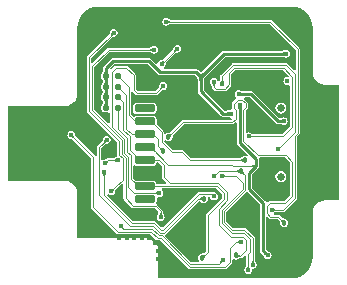
<source format=gbl>
G04*
G04 #@! TF.GenerationSoftware,Altium Limited,Altium Designer,21.0.8 (223)*
G04*
G04 Layer_Physical_Order=2*
G04 Layer_Color=16711680*
%FSLAX25Y25*%
%MOIN*%
G70*
G04*
G04 #@! TF.SameCoordinates,8E059B7F-88B0-49DF-8ED0-AD27087E488A*
G04*
G04*
G04 #@! TF.FilePolarity,Positive*
G04*
G01*
G75*
%ADD16C,0.01000*%
G04:AMPARAMS|DCode=21|XSize=20mil|YSize=20mil|CornerRadius=5mil|HoleSize=0mil|Usage=FLASHONLY|Rotation=270.000|XOffset=0mil|YOffset=0mil|HoleType=Round|Shape=RoundedRectangle|*
%AMROUNDEDRECTD21*
21,1,0.02000,0.01000,0,0,270.0*
21,1,0.01000,0.02000,0,0,270.0*
1,1,0.01000,-0.00500,-0.00500*
1,1,0.01000,-0.00500,0.00500*
1,1,0.01000,0.00500,0.00500*
1,1,0.01000,0.00500,-0.00500*
%
%ADD21ROUNDEDRECTD21*%
%ADD56C,0.00400*%
%ADD57O,0.08268X0.03937*%
%ADD58O,0.06299X0.03937*%
%ADD59C,0.02559*%
%ADD60C,0.01800*%
%ADD61C,0.01600*%
G04:AMPARAMS|DCode=62|XSize=31.5mil|YSize=59.06mil|CornerRadius=7.87mil|HoleSize=0mil|Usage=FLASHONLY|Rotation=90.000|XOffset=0mil|YOffset=0mil|HoleType=Round|Shape=RoundedRectangle|*
%AMROUNDEDRECTD62*
21,1,0.03150,0.04331,0,0,90.0*
21,1,0.01575,0.05906,0,0,90.0*
1,1,0.01575,0.02165,0.00787*
1,1,0.01575,0.02165,-0.00787*
1,1,0.01575,-0.02165,-0.00787*
1,1,0.01575,-0.02165,0.00787*
%
%ADD62ROUNDEDRECTD62*%
G04:AMPARAMS|DCode=63|XSize=31.5mil|YSize=55.12mil|CornerRadius=7.87mil|HoleSize=0mil|Usage=FLASHONLY|Rotation=90.000|XOffset=0mil|YOffset=0mil|HoleType=Round|Shape=RoundedRectangle|*
%AMROUNDEDRECTD63*
21,1,0.03150,0.03937,0,0,90.0*
21,1,0.01575,0.05512,0,0,90.0*
1,1,0.01575,0.01968,0.00787*
1,1,0.01575,0.01968,-0.00787*
1,1,0.01575,-0.01968,-0.00787*
1,1,0.01575,-0.01968,0.00787*
%
%ADD63ROUNDEDRECTD63*%
G04:AMPARAMS|DCode=64|XSize=40mil|YSize=59.06mil|CornerRadius=10mil|HoleSize=0mil|Usage=FLASHONLY|Rotation=90.000|XOffset=0mil|YOffset=0mil|HoleType=Round|Shape=RoundedRectangle|*
%AMROUNDEDRECTD64*
21,1,0.04000,0.03906,0,0,90.0*
21,1,0.02000,0.05906,0,0,90.0*
1,1,0.02000,0.01953,0.01000*
1,1,0.02000,0.01953,-0.01000*
1,1,0.02000,-0.01953,-0.01000*
1,1,0.02000,-0.01953,0.01000*
%
%ADD64ROUNDEDRECTD64*%
G04:AMPARAMS|DCode=65|XSize=59.06mil|YSize=59.06mil|CornerRadius=14.76mil|HoleSize=0mil|Usage=FLASHONLY|Rotation=90.000|XOffset=0mil|YOffset=0mil|HoleType=Round|Shape=RoundedRectangle|*
%AMROUNDEDRECTD65*
21,1,0.05906,0.02953,0,0,90.0*
21,1,0.02953,0.05906,0,0,90.0*
1,1,0.02953,0.01476,0.01476*
1,1,0.02953,0.01476,-0.01476*
1,1,0.02953,-0.01476,-0.01476*
1,1,0.02953,-0.01476,0.01476*
%
%ADD65ROUNDEDRECTD65*%
G04:AMPARAMS|DCode=66|XSize=57.09mil|YSize=39.37mil|CornerRadius=9.84mil|HoleSize=0mil|Usage=FLASHONLY|Rotation=90.000|XOffset=0mil|YOffset=0mil|HoleType=Round|Shape=RoundedRectangle|*
%AMROUNDEDRECTD66*
21,1,0.05709,0.01968,0,0,90.0*
21,1,0.03740,0.03937,0,0,90.0*
1,1,0.01968,0.00984,0.01870*
1,1,0.01968,0.00984,-0.01870*
1,1,0.01968,-0.00984,-0.01870*
1,1,0.01968,-0.00984,0.01870*
%
%ADD66ROUNDEDRECTD66*%
G04:AMPARAMS|DCode=67|XSize=39.37mil|YSize=61.02mil|CornerRadius=9.84mil|HoleSize=0mil|Usage=FLASHONLY|Rotation=90.000|XOffset=0mil|YOffset=0mil|HoleType=Round|Shape=RoundedRectangle|*
%AMROUNDEDRECTD67*
21,1,0.03937,0.04134,0,0,90.0*
21,1,0.01968,0.06102,0,0,90.0*
1,1,0.01968,0.02067,0.00984*
1,1,0.01968,0.02067,-0.00984*
1,1,0.01968,-0.02067,-0.00984*
1,1,0.01968,-0.02067,0.00984*
%
%ADD67ROUNDEDRECTD67*%
G04:AMPARAMS|DCode=68|XSize=27.56mil|YSize=68.9mil|CornerRadius=6.89mil|HoleSize=0mil|Usage=FLASHONLY|Rotation=90.000|XOffset=0mil|YOffset=0mil|HoleType=Round|Shape=RoundedRectangle|*
%AMROUNDEDRECTD68*
21,1,0.02756,0.05512,0,0,90.0*
21,1,0.01378,0.06890,0,0,90.0*
1,1,0.01378,0.02756,0.00689*
1,1,0.01378,0.02756,-0.00689*
1,1,0.01378,-0.02756,-0.00689*
1,1,0.01378,-0.02756,0.00689*
%
%ADD68ROUNDEDRECTD68*%
G36*
X100362Y96849D02*
X101672Y96452D01*
X102880Y95807D01*
X103938Y94938D01*
X104807Y93880D01*
X105452Y92672D01*
X105849Y91362D01*
X105983Y90011D01*
X105980Y90000D01*
Y75298D01*
X105971Y75250D01*
X105954D01*
X106100Y74138D01*
X106529Y73102D01*
X107212Y72212D01*
X108102Y71529D01*
X109138Y71100D01*
X110250Y70954D01*
Y70971D01*
X110298Y70980D01*
X114680D01*
Y32520D01*
X110300D01*
Y32537D01*
X109188Y32390D01*
X108152Y31961D01*
X107262Y31278D01*
X106579Y30389D01*
X106150Y29352D01*
X106049Y28586D01*
X105980Y28240D01*
Y13500D01*
X105983Y13489D01*
X105849Y12138D01*
X105452Y10827D01*
X104807Y9620D01*
X103938Y8562D01*
X102880Y7693D01*
X101672Y7048D01*
X100362Y6651D01*
X99486Y6564D01*
X99000Y6520D01*
X99000Y6520D01*
X98509Y6520D01*
X54500Y6520D01*
Y17000D01*
X51625Y20000D01*
X27520Y20000D01*
Y34700D01*
X27537D01*
X27390Y35812D01*
X26961Y36848D01*
X26278Y37738D01*
X25389Y38421D01*
X24352Y38850D01*
X23586Y38951D01*
X23240Y39020D01*
X4520D01*
Y63963D01*
X23030D01*
X23240Y63921D01*
Y63904D01*
X24352Y64050D01*
X25389Y64479D01*
X26278Y65162D01*
X26961Y66052D01*
X27390Y67088D01*
X27537Y68200D01*
X27520D01*
X27502Y68290D01*
Y89911D01*
X27520Y90000D01*
X27520D01*
X27517Y90003D01*
X27651Y91362D01*
X28048Y92672D01*
X28693Y93880D01*
X29562Y94938D01*
X30620Y95807D01*
X31828Y96452D01*
X33138Y96849D01*
X34489Y96983D01*
X34500Y96980D01*
X99000Y96980D01*
X99011Y96983D01*
X100362Y96849D01*
D02*
G37*
%LPC*%
G36*
X57200Y93326D02*
X56693Y93225D01*
X56263Y92937D01*
X55975Y92507D01*
X55875Y92000D01*
X55975Y91493D01*
X56263Y91063D01*
X56693Y90775D01*
X57200Y90675D01*
X57707Y90775D01*
X58081Y91025D01*
X58149Y91052D01*
X58209Y91111D01*
X58256Y91152D01*
X58299Y91186D01*
X58338Y91211D01*
X58371Y91231D01*
X58398Y91243D01*
X58419Y91251D01*
X58435Y91256D01*
X58446Y91258D01*
X58484Y91260D01*
X58540Y91286D01*
X91504D01*
X100286Y82504D01*
Y75976D01*
X99824Y75785D01*
X97605Y78005D01*
X97373Y78159D01*
X97100Y78214D01*
X79500D01*
X79227Y78159D01*
X78995Y78005D01*
X75395Y74405D01*
X75241Y74173D01*
X75186Y73900D01*
Y72740D01*
X75160Y72684D01*
X75158Y72646D01*
X75156Y72635D01*
X75151Y72619D01*
X75143Y72598D01*
X75131Y72571D01*
X75112Y72538D01*
X75090Y72506D01*
X75005Y72403D01*
X74952Y72349D01*
X74925Y72281D01*
X74813Y72113D01*
X74282Y72218D01*
X74225Y72507D01*
X73937Y72937D01*
X73507Y73225D01*
X73000Y73326D01*
X72493Y73225D01*
X72063Y72937D01*
X71775Y72507D01*
X71675Y72000D01*
X71775Y71493D01*
X72025Y71119D01*
X72052Y71051D01*
X72111Y70991D01*
X72152Y70944D01*
X72186Y70901D01*
X72211Y70862D01*
X72231Y70829D01*
X72243Y70802D01*
X72251Y70781D01*
X72256Y70765D01*
X72258Y70754D01*
X72260Y70716D01*
X72286Y70660D01*
Y70400D01*
X72341Y70127D01*
X72495Y69895D01*
X73395Y68995D01*
X73627Y68841D01*
X73900Y68786D01*
X76600D01*
X76873Y68841D01*
X77105Y68995D01*
X78705Y70595D01*
X78859Y70827D01*
X78914Y71100D01*
Y74504D01*
X80196Y75786D01*
X96104D01*
X97944Y73947D01*
X97697Y73486D01*
X97500Y73526D01*
X96993Y73425D01*
X96563Y73137D01*
X96275Y72707D01*
X96175Y72200D01*
X96275Y71693D01*
X96563Y71263D01*
X96993Y70975D01*
X97500Y70875D01*
X97986Y70971D01*
X98011Y70973D01*
X98486Y70694D01*
Y57196D01*
X95803Y54513D01*
X86039D01*
X85983Y54539D01*
X85945Y54541D01*
X85934Y54543D01*
X85918Y54548D01*
X85897Y54555D01*
X85869Y54568D01*
X85837Y54587D01*
X85805Y54609D01*
X85702Y54694D01*
X85647Y54747D01*
X85580Y54774D01*
X85206Y55023D01*
X84699Y55124D01*
X84192Y55023D01*
X84114Y54971D01*
X83614Y55239D01*
Y62404D01*
X84205Y62995D01*
X84359Y63227D01*
X84414Y63500D01*
Y64800D01*
X84359Y65073D01*
X84205Y65305D01*
X83129Y66380D01*
X83301Y66871D01*
X83309Y66880D01*
X84878D01*
X93650Y58108D01*
X93981Y57887D01*
X94371Y57810D01*
X95206D01*
X95254Y57788D01*
X95487Y57783D01*
X95580Y57776D01*
X95599Y57773D01*
X95604Y57772D01*
X95615Y57769D01*
X95617Y57769D01*
X95864Y57605D01*
X96371Y57504D01*
X96878Y57605D01*
X97308Y57892D01*
X97595Y58322D01*
X97696Y58829D01*
X97595Y59336D01*
X97308Y59766D01*
X96878Y60054D01*
X96371Y60155D01*
X95864Y60054D01*
X95617Y59889D01*
X95615Y59889D01*
X95612Y59888D01*
X95338Y59871D01*
X95263Y59870D01*
X95212Y59849D01*
X94793D01*
X86021Y68621D01*
X85690Y68842D01*
X85300Y68920D01*
X82565D01*
X82516Y68941D01*
X82284Y68946D01*
X82191Y68953D01*
X82172Y68956D01*
X82167Y68957D01*
X82156Y68960D01*
X82154Y68960D01*
X81907Y69125D01*
X81400Y69226D01*
X80893Y69125D01*
X80463Y68837D01*
X80175Y68407D01*
X80075Y67900D01*
X80175Y67393D01*
X80463Y66963D01*
X80396Y66406D01*
X79195Y65205D01*
X79041Y64973D01*
X78986Y64700D01*
Y63200D01*
X78995Y63157D01*
X78635Y62735D01*
X78610Y62723D01*
X78600Y62726D01*
X78093Y62625D01*
X77846Y62460D01*
X77844Y62460D01*
X77841Y62459D01*
X77567Y62442D01*
X77492Y62441D01*
X77441Y62420D01*
X76522D01*
X69720Y69222D01*
Y72327D01*
X69741Y72373D01*
X69747Y72550D01*
X69764Y72701D01*
X69791Y72844D01*
X69829Y72981D01*
X69877Y73112D01*
X69936Y73240D01*
X70006Y73363D01*
X70088Y73484D01*
X70183Y73602D01*
X70303Y73731D01*
X70321Y73779D01*
X76922Y80380D01*
X95935D01*
X95984Y80359D01*
X96216Y80354D01*
X96309Y80347D01*
X96328Y80344D01*
X96333Y80343D01*
X96344Y80340D01*
X96346Y80340D01*
X96593Y80175D01*
X97100Y80075D01*
X97607Y80175D01*
X98037Y80463D01*
X98325Y80893D01*
X98426Y81400D01*
X98325Y81907D01*
X98037Y82337D01*
X97607Y82625D01*
X97100Y82726D01*
X96593Y82625D01*
X96346Y82460D01*
X96344Y82460D01*
X96341Y82459D01*
X96067Y82442D01*
X95992Y82441D01*
X95941Y82420D01*
X76500D01*
X76110Y82342D01*
X75779Y82121D01*
X69091Y75433D01*
X69045Y75416D01*
X68928Y75311D01*
X68847Y75254D01*
X68783Y75222D01*
X68736Y75208D01*
X68700Y75205D01*
X68664Y75208D01*
X68617Y75222D01*
X68553Y75254D01*
X68472Y75311D01*
X68355Y75416D01*
X68309Y75433D01*
X67721Y76021D01*
X67390Y76242D01*
X67000Y76320D01*
X56357D01*
X56279Y76557D01*
X56273Y76820D01*
X56637Y77063D01*
X56925Y77493D01*
X57012Y77933D01*
X57041Y78000D01*
X57042Y78084D01*
X57047Y78147D01*
X57053Y78201D01*
X57062Y78247D01*
X57072Y78284D01*
X57082Y78312D01*
X57091Y78333D01*
X57100Y78347D01*
X57106Y78356D01*
X57131Y78384D01*
X57152Y78443D01*
X60328Y81618D01*
X60373Y81631D01*
X60383Y81648D01*
X60402Y81655D01*
X60430Y81680D01*
X60436Y81684D01*
X60444Y81689D01*
X60457Y81694D01*
X60475Y81699D01*
X60501Y81705D01*
X60536Y81709D01*
X60580Y81710D01*
X60632Y81708D01*
X60708Y81700D01*
X60785Y81723D01*
X60869Y81706D01*
X61376Y81807D01*
X61806Y82094D01*
X62093Y82524D01*
X62194Y83031D01*
X62093Y83539D01*
X61806Y83969D01*
X61376Y84256D01*
X60869Y84357D01*
X60361Y84256D01*
X59931Y83969D01*
X59644Y83539D01*
X59595Y83291D01*
X59537Y83191D01*
X59526Y83106D01*
X59497Y82959D01*
X59483Y82910D01*
X59468Y82864D01*
X59452Y82827D01*
X59438Y82799D01*
X59426Y82779D01*
X59417Y82767D01*
X59392Y82739D01*
X59371Y82680D01*
X56143Y79452D01*
X56084Y79431D01*
X56056Y79406D01*
X56047Y79400D01*
X56033Y79391D01*
X56012Y79382D01*
X55984Y79372D01*
X55947Y79362D01*
X55909Y79355D01*
X55777Y79342D01*
X55700Y79341D01*
X55633Y79312D01*
X55193Y79225D01*
X54763Y78937D01*
X54475Y78507D01*
X54420Y78229D01*
X53894Y78048D01*
X52221Y79721D01*
X51890Y79942D01*
X51500Y80020D01*
X39500D01*
X39110Y79942D01*
X38779Y79721D01*
X36379Y77321D01*
X36158Y76990D01*
X36080Y76600D01*
Y75311D01*
X36059Y75263D01*
X36059Y75256D01*
X36027Y75242D01*
X36014Y75211D01*
X35879Y75121D01*
X35658Y74790D01*
X35580Y74400D01*
Y73400D01*
X35658Y73010D01*
X35879Y72679D01*
X36014Y72589D01*
X36027Y72558D01*
X36059Y72544D01*
X36059Y72537D01*
X36080Y72489D01*
Y71811D01*
X36059Y71763D01*
X36059Y71756D01*
X36027Y71742D01*
X36014Y71711D01*
X35879Y71621D01*
X35658Y71290D01*
X35580Y70900D01*
Y69900D01*
X35658Y69510D01*
X35879Y69179D01*
X36014Y69089D01*
X36027Y69058D01*
X36059Y69044D01*
X36059Y69037D01*
X36080Y68989D01*
Y68311D01*
X36059Y68263D01*
X36059Y68256D01*
X36027Y68242D01*
X36014Y68211D01*
X35879Y68121D01*
X35658Y67790D01*
X35580Y67400D01*
Y66400D01*
X35658Y66010D01*
X35879Y65679D01*
X36014Y65589D01*
X36027Y65558D01*
X36059Y65544D01*
X36059Y65537D01*
X36080Y65489D01*
Y64811D01*
X36059Y64763D01*
X36059Y64756D01*
X36027Y64742D01*
X36014Y64711D01*
X35879Y64621D01*
X35658Y64290D01*
X35580Y63900D01*
Y62900D01*
X35658Y62510D01*
X35879Y62179D01*
X36210Y61958D01*
X36600Y61880D01*
X37600D01*
X37886Y61937D01*
X38238Y61747D01*
X38386Y61621D01*
Y58176D01*
X37924Y57985D01*
X33114Y62796D01*
Y76804D01*
X38296Y81986D01*
X51760D01*
X51816Y81960D01*
X51854Y81958D01*
X51865Y81956D01*
X51881Y81951D01*
X51902Y81944D01*
X51929Y81931D01*
X51962Y81911D01*
X51994Y81890D01*
X52097Y81805D01*
X52151Y81752D01*
X52219Y81725D01*
X52593Y81475D01*
X53100Y81375D01*
X53607Y81475D01*
X54037Y81763D01*
X54325Y82193D01*
X54426Y82700D01*
X54325Y83207D01*
X54037Y83637D01*
X53607Y83925D01*
X53100Y84026D01*
X52593Y83925D01*
X52219Y83675D01*
X52151Y83648D01*
X52091Y83589D01*
X52044Y83548D01*
X52001Y83514D01*
X51962Y83489D01*
X51929Y83469D01*
X51902Y83456D01*
X51881Y83448D01*
X51865Y83444D01*
X51854Y83442D01*
X51816Y83440D01*
X51760Y83414D01*
X38000D01*
X37727Y83359D01*
X37495Y83205D01*
X32576Y78285D01*
X32114Y78476D01*
Y79804D01*
X39207Y86898D01*
X39266Y86919D01*
X39294Y86944D01*
X39303Y86950D01*
X39317Y86959D01*
X39338Y86968D01*
X39366Y86978D01*
X39403Y86988D01*
X39441Y86995D01*
X39573Y87008D01*
X39650Y87009D01*
X39717Y87038D01*
X40157Y87125D01*
X40587Y87413D01*
X40875Y87843D01*
X40975Y88350D01*
X40875Y88857D01*
X40587Y89287D01*
X40157Y89575D01*
X39650Y89675D01*
X39143Y89575D01*
X38713Y89287D01*
X38425Y88857D01*
X38338Y88417D01*
X38309Y88350D01*
X38308Y88266D01*
X38304Y88203D01*
X38297Y88149D01*
X38288Y88103D01*
X38278Y88066D01*
X38268Y88038D01*
X38259Y88017D01*
X38250Y88003D01*
X38244Y87994D01*
X38219Y87966D01*
X38198Y87907D01*
X30895Y80605D01*
X30741Y80373D01*
X30686Y80100D01*
Y62227D01*
X30741Y61954D01*
X30895Y61722D01*
X40686Y51932D01*
Y47627D01*
X40741Y47354D01*
X40401Y46963D01*
X40119Y46775D01*
X40051Y46748D01*
X39991Y46689D01*
X39944Y46648D01*
X39901Y46614D01*
X39862Y46589D01*
X39829Y46569D01*
X39802Y46556D01*
X39781Y46549D01*
X39765Y46544D01*
X39754Y46542D01*
X39716Y46540D01*
X39660Y46514D01*
X37780D01*
X37506Y46459D01*
X37275Y46305D01*
X37232Y46262D01*
X37174Y46242D01*
X37146Y46216D01*
X37137Y46210D01*
X37123Y46202D01*
X37102Y46192D01*
X37074Y46182D01*
X37037Y46172D01*
X36999Y46165D01*
X36867Y46152D01*
X36790Y46151D01*
X36723Y46122D01*
X36283Y46035D01*
X35914Y45788D01*
X35653Y45858D01*
X35414Y45991D01*
Y49804D01*
X36857Y51248D01*
X36916Y51269D01*
X36944Y51294D01*
X36953Y51300D01*
X36967Y51309D01*
X36988Y51318D01*
X37016Y51328D01*
X37053Y51338D01*
X37091Y51345D01*
X37223Y51358D01*
X37300Y51359D01*
X37367Y51388D01*
X37807Y51475D01*
X38237Y51763D01*
X38525Y52193D01*
X38625Y52700D01*
X38525Y53207D01*
X38237Y53637D01*
X37807Y53925D01*
X37300Y54026D01*
X36793Y53925D01*
X36363Y53637D01*
X36075Y53207D01*
X35988Y52767D01*
X35959Y52700D01*
X35958Y52615D01*
X35954Y52553D01*
X35947Y52499D01*
X35938Y52453D01*
X35928Y52416D01*
X35918Y52388D01*
X35909Y52367D01*
X35900Y52353D01*
X35894Y52344D01*
X35869Y52316D01*
X35848Y52257D01*
X34195Y50605D01*
X34041Y50373D01*
X33986Y50100D01*
Y47295D01*
X33486Y47183D01*
X33405Y47305D01*
X26952Y53757D01*
X26931Y53816D01*
X26906Y53844D01*
X26900Y53853D01*
X26891Y53867D01*
X26882Y53888D01*
X26872Y53916D01*
X26862Y53953D01*
X26855Y53991D01*
X26842Y54123D01*
X26841Y54200D01*
X26812Y54267D01*
X26725Y54707D01*
X26437Y55137D01*
X26007Y55425D01*
X25500Y55525D01*
X24993Y55425D01*
X24563Y55137D01*
X24275Y54707D01*
X24174Y54200D01*
X24275Y53693D01*
X24563Y53263D01*
X24993Y52975D01*
X25433Y52888D01*
X25500Y52859D01*
X25585Y52858D01*
X25647Y52854D01*
X25701Y52847D01*
X25747Y52838D01*
X25784Y52828D01*
X25812Y52818D01*
X25833Y52809D01*
X25847Y52800D01*
X25856Y52794D01*
X25884Y52769D01*
X25943Y52748D01*
X32186Y46504D01*
Y30100D01*
X32241Y29827D01*
X32395Y29595D01*
X40431Y21560D01*
X40663Y21405D01*
X40936Y21350D01*
X51822D01*
X53777Y19395D01*
X54009Y19241D01*
X54282Y19186D01*
X55004D01*
X64495Y9695D01*
X64727Y9541D01*
X65000Y9486D01*
X76700D01*
X76973Y9541D01*
X77205Y9695D01*
X79005Y11495D01*
X79159Y11727D01*
X79214Y12000D01*
Y12541D01*
X79714Y12808D01*
X79754Y12781D01*
X80300Y12673D01*
X80846Y12781D01*
X80972Y12866D01*
X81067Y12880D01*
X81268Y13002D01*
X81342Y13042D01*
X81492Y13113D01*
X81542Y13132D01*
X81587Y13147D01*
X81621Y13155D01*
X81640Y13158D01*
X81677Y13160D01*
X81732Y13186D01*
X81800D01*
X82073Y13241D01*
X82305Y13395D01*
X83286Y14377D01*
X83786Y14170D01*
Y10640D01*
X83760Y10584D01*
X83758Y10546D01*
X83756Y10535D01*
X83751Y10519D01*
X83744Y10498D01*
X83731Y10471D01*
X83711Y10438D01*
X83690Y10406D01*
X83605Y10303D01*
X83552Y10249D01*
X83525Y10181D01*
X83275Y9807D01*
X83175Y9300D01*
X83275Y8793D01*
X83563Y8363D01*
X83993Y8075D01*
X84500Y7975D01*
X85007Y8075D01*
X85437Y8363D01*
X85725Y8793D01*
X85826Y9300D01*
X85794Y9457D01*
X86011Y9674D01*
X86519Y9775D01*
X86949Y10063D01*
X87236Y10493D01*
X87337Y11000D01*
X87236Y11507D01*
X86968Y11908D01*
X86946Y11962D01*
X86887Y12021D01*
X86846Y12067D01*
X86813Y12108D01*
X86787Y12145D01*
X86769Y12177D01*
X86756Y12203D01*
X86748Y12223D01*
X86744Y12239D01*
X86742Y12249D01*
X86740Y12287D01*
X86714Y12343D01*
Y19900D01*
X86659Y20173D01*
X86505Y20405D01*
X83705Y23205D01*
X83473Y23359D01*
X83200Y23414D01*
X79468D01*
X77214Y25668D01*
Y28504D01*
X83830Y35121D01*
X84384Y35186D01*
X84509Y35149D01*
X88380Y31278D01*
Y15700D01*
X88458Y15310D01*
X88679Y14979D01*
X89455Y14203D01*
X89474Y14153D01*
X89635Y13985D01*
X89696Y13915D01*
X89708Y13899D01*
X89710Y13895D01*
X89716Y13885D01*
X89718Y13884D01*
X89775Y13593D01*
X90063Y13163D01*
X90493Y12875D01*
X91000Y12775D01*
X91507Y12875D01*
X91937Y13163D01*
X92225Y13593D01*
X92326Y14100D01*
X92225Y14607D01*
X91937Y15037D01*
X91507Y15325D01*
X91216Y15382D01*
X91215Y15384D01*
X91212Y15385D01*
X91006Y15567D01*
X90953Y15620D01*
X90901Y15641D01*
X90420Y16122D01*
Y26818D01*
X90882Y27009D01*
X91395Y26495D01*
X91627Y26341D01*
X91900Y26286D01*
X94204D01*
X94931Y25559D01*
X94951Y25502D01*
X94978Y25472D01*
X94986Y25461D01*
X94996Y25442D01*
X95009Y25413D01*
X95022Y25374D01*
X95034Y25323D01*
X95043Y25269D01*
X95058Y25100D01*
X95059Y25003D01*
X95083Y24945D01*
X95181Y24454D01*
X95491Y23991D01*
X95954Y23681D01*
X96500Y23573D01*
X97046Y23681D01*
X97509Y23991D01*
X97819Y24454D01*
X97927Y25000D01*
X97819Y25546D01*
X97509Y26009D01*
X97046Y26319D01*
X96555Y26417D01*
X96497Y26441D01*
X96393Y26442D01*
X96311Y26447D01*
X96238Y26455D01*
X96177Y26466D01*
X96127Y26478D01*
X96087Y26491D01*
X96058Y26504D01*
X96039Y26514D01*
X96028Y26522D01*
X95998Y26549D01*
X95941Y26568D01*
X95005Y27505D01*
X94773Y27659D01*
X94500Y27714D01*
X93238D01*
X93160Y27810D01*
X93176Y28286D01*
X93249Y28452D01*
X93309Y28511D01*
X93356Y28552D01*
X93399Y28586D01*
X93438Y28611D01*
X93471Y28631D01*
X93498Y28644D01*
X93519Y28651D01*
X93535Y28656D01*
X93546Y28658D01*
X93584Y28660D01*
X93640Y28686D01*
X96200D01*
X96473Y28741D01*
X96705Y28895D01*
X100605Y32795D01*
X100759Y33027D01*
X100814Y33300D01*
Y53732D01*
X101505Y54423D01*
X101659Y54654D01*
X101714Y54927D01*
Y82800D01*
X101659Y83073D01*
X101505Y83305D01*
X92305Y92505D01*
X92073Y92659D01*
X91800Y92714D01*
X58540D01*
X58484Y92740D01*
X58446Y92742D01*
X58435Y92744D01*
X58419Y92748D01*
X58398Y92756D01*
X58371Y92769D01*
X58338Y92788D01*
X58306Y92810D01*
X58203Y92895D01*
X58149Y92948D01*
X58081Y92975D01*
X57707Y93225D01*
X57200Y93326D01*
D02*
G37*
G36*
X95342Y64992D02*
X94647Y64854D01*
X94059Y64461D01*
X93665Y63872D01*
X93527Y63178D01*
X93665Y62484D01*
X94059Y61895D01*
X94647Y61502D01*
X95342Y61364D01*
X96036Y61502D01*
X96625Y61895D01*
X97018Y62484D01*
X97156Y63178D01*
X97018Y63872D01*
X96625Y64461D01*
X96036Y64854D01*
X95342Y64992D01*
D02*
G37*
%LPD*%
G36*
X57842Y92492D02*
X57981Y92376D01*
X58050Y92330D01*
X58119Y92290D01*
X58187Y92258D01*
X58254Y92232D01*
X58321Y92214D01*
X58388Y92204D01*
X58455Y92200D01*
Y91800D01*
X58388Y91796D01*
X58321Y91786D01*
X58254Y91768D01*
X58187Y91742D01*
X58119Y91710D01*
X58050Y91670D01*
X57981Y91624D01*
X57912Y91570D01*
X57842Y91508D01*
X57771Y91440D01*
Y92560D01*
X57842Y92492D01*
D02*
G37*
G36*
X39642Y87550D02*
X39544Y87549D01*
X39364Y87532D01*
X39282Y87516D01*
X39206Y87495D01*
X39134Y87470D01*
X39069Y87440D01*
X39009Y87405D01*
X38954Y87366D01*
X38904Y87322D01*
X38621Y87604D01*
X38666Y87654D01*
X38705Y87709D01*
X38740Y87769D01*
X38770Y87835D01*
X38795Y87906D01*
X38816Y87982D01*
X38832Y88064D01*
X38842Y88151D01*
X38849Y88244D01*
X38850Y88342D01*
X39642Y87550D01*
D02*
G37*
G36*
X60764Y82238D02*
X60670Y82248D01*
X60581Y82251D01*
X60497Y82249D01*
X60418Y82240D01*
X60343Y82225D01*
X60274Y82204D01*
X60208Y82177D01*
X60148Y82143D01*
X60092Y82104D01*
X60041Y82058D01*
X59794Y82377D01*
X59837Y82424D01*
X59876Y82477D01*
X59912Y82537D01*
X59945Y82602D01*
X59974Y82673D01*
X60001Y82751D01*
X60024Y82834D01*
X60060Y83019D01*
X60074Y83120D01*
X60764Y82238D01*
D02*
G37*
G36*
X52529Y82140D02*
X52458Y82208D01*
X52319Y82324D01*
X52250Y82370D01*
X52181Y82410D01*
X52113Y82442D01*
X52046Y82468D01*
X51978Y82486D01*
X51912Y82496D01*
X51845Y82500D01*
Y82900D01*
X51912Y82904D01*
X51978Y82914D01*
X52046Y82932D01*
X52113Y82958D01*
X52181Y82990D01*
X52250Y83030D01*
X52319Y83076D01*
X52388Y83130D01*
X52458Y83192D01*
X52529Y83260D01*
Y82140D01*
D02*
G37*
G36*
X96529Y80840D02*
X96513Y80851D01*
X96488Y80862D01*
X96456Y80871D01*
X96415Y80878D01*
X96366Y80885D01*
X96243Y80895D01*
X95995Y80900D01*
Y81900D01*
X96086Y81901D01*
X96415Y81922D01*
X96456Y81929D01*
X96488Y81938D01*
X96513Y81949D01*
X96529Y81960D01*
Y80840D01*
D02*
G37*
G36*
X56729Y78746D02*
X56684Y78696D01*
X56645Y78641D01*
X56610Y78581D01*
X56580Y78515D01*
X56555Y78444D01*
X56534Y78368D01*
X56518Y78286D01*
X56507Y78199D01*
X56501Y78106D01*
X56500Y78008D01*
X55708Y78800D01*
X55806Y78801D01*
X55986Y78818D01*
X56068Y78834D01*
X56144Y78855D01*
X56216Y78880D01*
X56281Y78910D01*
X56341Y78945D01*
X56396Y78984D01*
X56446Y79029D01*
X56729Y78746D01*
D02*
G37*
G36*
X37602Y75181D02*
X37608Y75120D01*
X37617Y75066D01*
X37631Y75017D01*
X37648Y74976D01*
X37668Y74940D01*
X37693Y74910D01*
X37722Y74887D01*
X37754Y74870D01*
X37790Y74860D01*
X36410D01*
X36446Y74870D01*
X36478Y74887D01*
X36507Y74910D01*
X36531Y74940D01*
X36552Y74976D01*
X36569Y75017D01*
X36583Y75066D01*
X36592Y75120D01*
X36598Y75181D01*
X36600Y75248D01*
X37600D01*
X37602Y75181D01*
D02*
G37*
G36*
X69907Y74100D02*
X69773Y73956D01*
X69652Y73805D01*
X69547Y73649D01*
X69455Y73488D01*
X69377Y73320D01*
X69313Y73146D01*
X69264Y72966D01*
X69228Y72781D01*
X69207Y72590D01*
X69200Y72393D01*
X68200D01*
X68193Y72590D01*
X68172Y72781D01*
X68136Y72966D01*
X68087Y73146D01*
X68023Y73320D01*
X67945Y73488D01*
X67853Y73649D01*
X67747Y73805D01*
X67627Y73956D01*
X67493Y74100D01*
X67993Y75014D01*
X68134Y74887D01*
X68276Y74788D01*
X68417Y74717D01*
X68559Y74675D01*
X68700Y74661D01*
X68841Y74675D01*
X68983Y74717D01*
X69124Y74788D01*
X69266Y74887D01*
X69407Y75014D01*
X69907Y74100D01*
D02*
G37*
G36*
X42092Y73365D02*
X42089Y73332D01*
X42088Y73300D01*
X42091Y73269D01*
X42096Y73241D01*
X42103Y73214D01*
X42114Y73189D01*
X42127Y73165D01*
X42143Y73142D01*
X42161Y73122D01*
X41878Y72839D01*
X41857Y72857D01*
X41835Y72873D01*
X41811Y72886D01*
X41786Y72897D01*
X41759Y72904D01*
X41730Y72909D01*
X41700Y72912D01*
X41668Y72911D01*
X41635Y72908D01*
X41600Y72902D01*
X42098Y73400D01*
X42092Y73365D01*
D02*
G37*
G36*
X37754Y72930D02*
X37722Y72913D01*
X37693Y72890D01*
X37668Y72860D01*
X37648Y72824D01*
X37631Y72782D01*
X37617Y72734D01*
X37608Y72680D01*
X37602Y72619D01*
X37600Y72552D01*
X36600D01*
X36598Y72619D01*
X36592Y72680D01*
X36583Y72734D01*
X36569Y72782D01*
X36552Y72824D01*
X36531Y72860D01*
X36507Y72890D01*
X36478Y72913D01*
X36446Y72930D01*
X36410Y72940D01*
X37790D01*
X37754Y72930D01*
D02*
G37*
G36*
X76104Y72588D02*
X76114Y72522D01*
X76132Y72454D01*
X76158Y72387D01*
X76190Y72319D01*
X76230Y72250D01*
X76276Y72181D01*
X76330Y72112D01*
X76392Y72042D01*
X76460Y71971D01*
X75340D01*
X75408Y72042D01*
X75524Y72181D01*
X75570Y72250D01*
X75610Y72319D01*
X75642Y72387D01*
X75668Y72454D01*
X75686Y72522D01*
X75696Y72588D01*
X75700Y72655D01*
X76100D01*
X76104Y72588D01*
D02*
G37*
G36*
X37602Y71681D02*
X37608Y71620D01*
X37617Y71566D01*
X37631Y71517D01*
X37648Y71476D01*
X37668Y71440D01*
X37693Y71411D01*
X37722Y71387D01*
X37754Y71370D01*
X37790Y71360D01*
X36410D01*
X36446Y71370D01*
X36478Y71387D01*
X36507Y71411D01*
X36531Y71440D01*
X36552Y71476D01*
X36569Y71517D01*
X36583Y71566D01*
X36592Y71620D01*
X36598Y71681D01*
X36600Y71748D01*
X37600D01*
X37602Y71681D01*
D02*
G37*
G36*
X73492Y71358D02*
X73376Y71219D01*
X73330Y71150D01*
X73290Y71081D01*
X73258Y71013D01*
X73232Y70946D01*
X73214Y70878D01*
X73204Y70812D01*
X73200Y70745D01*
X72800D01*
X72796Y70812D01*
X72786Y70878D01*
X72768Y70946D01*
X72742Y71013D01*
X72710Y71081D01*
X72670Y71150D01*
X72624Y71219D01*
X72570Y71288D01*
X72508Y71358D01*
X72440Y71429D01*
X73560D01*
X73492Y71358D01*
D02*
G37*
G36*
X56192Y69800D02*
X56094Y69799D01*
X55914Y69782D01*
X55832Y69766D01*
X55756Y69745D01*
X55685Y69720D01*
X55619Y69690D01*
X55559Y69655D01*
X55504Y69616D01*
X55454Y69571D01*
X55171Y69854D01*
X55216Y69904D01*
X55255Y69959D01*
X55290Y70019D01*
X55320Y70085D01*
X55345Y70156D01*
X55366Y70232D01*
X55382Y70314D01*
X55392Y70401D01*
X55399Y70494D01*
X55400Y70592D01*
X56192Y69800D01*
D02*
G37*
G36*
X42092Y69865D02*
X42089Y69832D01*
X42088Y69800D01*
X42091Y69770D01*
X42096Y69741D01*
X42103Y69714D01*
X42114Y69688D01*
X42127Y69665D01*
X42143Y69643D01*
X42161Y69622D01*
X41878Y69339D01*
X41857Y69358D01*
X41835Y69373D01*
X41811Y69386D01*
X41786Y69397D01*
X41759Y69404D01*
X41730Y69409D01*
X41700Y69412D01*
X41668Y69411D01*
X41635Y69408D01*
X41600Y69402D01*
X42098Y69900D01*
X42092Y69865D01*
D02*
G37*
G36*
X37754Y69430D02*
X37722Y69413D01*
X37693Y69389D01*
X37668Y69360D01*
X37648Y69324D01*
X37631Y69283D01*
X37617Y69234D01*
X37608Y69180D01*
X37602Y69119D01*
X37600Y69052D01*
X36600D01*
X36598Y69119D01*
X36592Y69180D01*
X36583Y69234D01*
X36569Y69283D01*
X36552Y69324D01*
X36531Y69360D01*
X36507Y69389D01*
X36478Y69413D01*
X36446Y69430D01*
X36410Y69440D01*
X37790D01*
X37754Y69430D01*
D02*
G37*
G36*
X37602Y68181D02*
X37608Y68120D01*
X37617Y68066D01*
X37631Y68018D01*
X37648Y67976D01*
X37668Y67940D01*
X37693Y67910D01*
X37722Y67887D01*
X37754Y67870D01*
X37790Y67860D01*
X36410D01*
X36446Y67870D01*
X36478Y67887D01*
X36507Y67910D01*
X36531Y67940D01*
X36552Y67976D01*
X36569Y68018D01*
X36583Y68066D01*
X36592Y68120D01*
X36598Y68181D01*
X36600Y68248D01*
X37600D01*
X37602Y68181D01*
D02*
G37*
G36*
X54479Y74579D02*
X54810Y74358D01*
X55200Y74280D01*
X66578D01*
X67079Y73779D01*
X67097Y73731D01*
X67217Y73602D01*
X67312Y73484D01*
X67394Y73363D01*
X67464Y73239D01*
X67523Y73112D01*
X67571Y72981D01*
X67609Y72844D01*
X67636Y72701D01*
X67653Y72550D01*
X67659Y72373D01*
X67680Y72327D01*
Y68800D01*
X67758Y68410D01*
X67979Y68079D01*
X75379Y60679D01*
X75710Y60458D01*
X76100Y60380D01*
X77435D01*
X77484Y60359D01*
X77716Y60354D01*
X77809Y60347D01*
X77828Y60344D01*
X77833Y60343D01*
X77844Y60340D01*
X77846Y60340D01*
X78093Y60175D01*
X78600Y60075D01*
X79108Y59694D01*
X78763Y59314D01*
X62900D01*
X62627Y59259D01*
X62395Y59105D01*
X58459Y55168D01*
X58402Y55149D01*
X58372Y55122D01*
X58361Y55114D01*
X58341Y55104D01*
X58313Y55091D01*
X58273Y55078D01*
X58223Y55066D01*
X58169Y55057D01*
X58000Y55042D01*
X57903Y55041D01*
X57845Y55016D01*
X57354Y54919D01*
X56891Y54609D01*
X56814Y54494D01*
X56314Y54646D01*
Y55300D01*
X56259Y55573D01*
X56105Y55805D01*
X53936Y57973D01*
X53945Y58020D01*
X53957Y58047D01*
X53953Y58056D01*
X53968Y58134D01*
Y59512D01*
X53876Y59976D01*
X53613Y60369D01*
X53220Y60632D01*
X52756Y60724D01*
X47244D01*
X46780Y60632D01*
X46387Y60369D01*
X46253Y60356D01*
X45414Y61196D01*
Y68595D01*
X45446Y68621D01*
X45914Y68777D01*
X46995Y67695D01*
X47227Y67541D01*
X47500Y67486D01*
X53800D01*
X54073Y67541D01*
X54305Y67695D01*
X55757Y69148D01*
X55816Y69169D01*
X55844Y69194D01*
X55853Y69200D01*
X55867Y69209D01*
X55888Y69218D01*
X55916Y69228D01*
X55953Y69238D01*
X55991Y69245D01*
X56123Y69258D01*
X56200Y69259D01*
X56267Y69288D01*
X56707Y69375D01*
X57137Y69663D01*
X57425Y70093D01*
X57525Y70600D01*
X57425Y71107D01*
X57137Y71537D01*
X56707Y71825D01*
X56200Y71925D01*
X55693Y71825D01*
X55263Y71537D01*
X54975Y71107D01*
X54888Y70667D01*
X54859Y70600D01*
X54858Y70516D01*
X54853Y70453D01*
X54847Y70399D01*
X54838Y70353D01*
X54828Y70316D01*
X54818Y70288D01*
X54809Y70267D01*
X54800Y70253D01*
X54794Y70244D01*
X54769Y70216D01*
X54748Y70157D01*
X53504Y68914D01*
X47796D01*
X47014Y69696D01*
Y74100D01*
X46959Y74373D01*
X46805Y74605D01*
X44305Y77105D01*
X44073Y77259D01*
X43800Y77314D01*
X40400D01*
X40127Y77259D01*
X39895Y77105D01*
X38941Y76150D01*
X38397Y76313D01*
X38372Y76430D01*
X39922Y77980D01*
X51078D01*
X54479Y74579D01*
D02*
G37*
G36*
X81987Y68449D02*
X82011Y68438D01*
X82044Y68429D01*
X82085Y68422D01*
X82134Y68415D01*
X82257Y68405D01*
X82504Y68400D01*
Y67400D01*
X82414Y67399D01*
X82085Y67378D01*
X82044Y67371D01*
X82011Y67362D01*
X81987Y67351D01*
X81971Y67340D01*
Y68460D01*
X81987Y68449D01*
D02*
G37*
G36*
X42092Y66365D02*
X42089Y66332D01*
X42088Y66300D01*
X42091Y66269D01*
X42096Y66241D01*
X42103Y66214D01*
X42114Y66189D01*
X42127Y66165D01*
X42143Y66142D01*
X42161Y66122D01*
X41878Y65839D01*
X41857Y65857D01*
X41835Y65873D01*
X41811Y65886D01*
X41786Y65897D01*
X41759Y65904D01*
X41730Y65909D01*
X41700Y65912D01*
X41668Y65911D01*
X41635Y65908D01*
X41600Y65902D01*
X42098Y66400D01*
X42092Y66365D01*
D02*
G37*
G36*
X37754Y65930D02*
X37722Y65913D01*
X37693Y65890D01*
X37668Y65860D01*
X37648Y65824D01*
X37631Y65782D01*
X37617Y65734D01*
X37608Y65680D01*
X37602Y65619D01*
X37600Y65552D01*
X36600D01*
X36598Y65619D01*
X36592Y65680D01*
X36583Y65734D01*
X36569Y65782D01*
X36552Y65824D01*
X36531Y65860D01*
X36507Y65890D01*
X36478Y65913D01*
X36446Y65930D01*
X36410Y65940D01*
X37790D01*
X37754Y65930D01*
D02*
G37*
G36*
X37602Y64681D02*
X37608Y64620D01*
X37617Y64566D01*
X37631Y64517D01*
X37648Y64476D01*
X37668Y64440D01*
X37693Y64411D01*
X37722Y64387D01*
X37754Y64370D01*
X37790Y64360D01*
X36410D01*
X36446Y64370D01*
X36478Y64387D01*
X36507Y64411D01*
X36531Y64440D01*
X36552Y64476D01*
X36569Y64517D01*
X36583Y64566D01*
X36592Y64620D01*
X36598Y64681D01*
X36600Y64748D01*
X37600D01*
X37602Y64681D01*
D02*
G37*
G36*
X82249Y63513D02*
X82238Y63489D01*
X82229Y63456D01*
X82222Y63415D01*
X82215Y63366D01*
X82205Y63243D01*
X82200Y62995D01*
X81200D01*
X81199Y63086D01*
X81178Y63415D01*
X81171Y63456D01*
X81162Y63489D01*
X81151Y63513D01*
X81140Y63529D01*
X82260D01*
X82249Y63513D01*
D02*
G37*
G36*
X41462Y62413D02*
X41428Y62408D01*
X41398Y62401D01*
X41372Y62390D01*
X41350Y62376D01*
X41332Y62360D01*
X41318Y62340D01*
X41308Y62317D01*
X41302Y62291D01*
X41300Y62262D01*
X40900D01*
X40898Y62291D01*
X40892Y62317D01*
X40882Y62340D01*
X40868Y62360D01*
X40850Y62376D01*
X40828Y62390D01*
X40802Y62401D01*
X40772Y62408D01*
X40738Y62413D01*
X40700Y62414D01*
X41500D01*
X41462Y62413D01*
D02*
G37*
G36*
X78029Y60840D02*
X78013Y60851D01*
X77988Y60862D01*
X77956Y60871D01*
X77915Y60878D01*
X77866Y60885D01*
X77743Y60895D01*
X77495Y60900D01*
Y61900D01*
X77586Y61901D01*
X77915Y61922D01*
X77956Y61929D01*
X77988Y61938D01*
X78013Y61949D01*
X78029Y61960D01*
Y60840D01*
D02*
G37*
G36*
X46566Y58480D02*
X46565Y58532D01*
X46558Y58627D01*
X46550Y58670D01*
X46540Y58709D01*
X46528Y58746D01*
X46513Y58780D01*
X46496Y58810D01*
X46477Y58838D01*
X46455Y58862D01*
Y59428D01*
X46478Y59408D01*
X46499Y59395D01*
X46518Y59391D01*
X46534Y59395D01*
X46548Y59408D01*
X46560Y59428D01*
X46569Y59457D01*
X46576Y59494D01*
X46580Y59539D01*
X46582Y59593D01*
X46566Y58480D01*
D02*
G37*
G36*
X95800Y58269D02*
X95784Y58280D01*
X95759Y58291D01*
X95727Y58300D01*
X95686Y58307D01*
X95637Y58314D01*
X95514Y58324D01*
X95266Y58329D01*
Y59329D01*
X95357Y59330D01*
X95686Y59351D01*
X95727Y59359D01*
X95759Y59368D01*
X95784Y59378D01*
X95800Y59389D01*
Y58269D01*
D02*
G37*
G36*
X53391Y58013D02*
X53374Y57984D01*
X53363Y57954D01*
X53358Y57924D01*
X53359Y57892D01*
X53367Y57860D01*
X53381Y57827D01*
X53401Y57793D01*
X53427Y57758D01*
X53460Y57723D01*
X53180Y57438D01*
X53144Y57470D01*
X53110Y57496D01*
X53076Y57516D01*
X53044Y57530D01*
X53012Y57537D01*
X52981Y57538D01*
X52951Y57532D01*
X52922Y57520D01*
X52893Y57502D01*
X52866Y57478D01*
X53415Y58041D01*
X53391Y58013D01*
D02*
G37*
G36*
X46566Y54092D02*
X46564Y54130D01*
X46560Y54164D01*
X46552Y54194D01*
X46542Y54220D01*
X46528Y54242D01*
X46511Y54260D01*
X46491Y54274D01*
X46469Y54284D01*
X46443Y54290D01*
X46414Y54292D01*
Y54692D01*
X46443Y54694D01*
X46469Y54700D01*
X46491Y54710D01*
X46511Y54724D01*
X46528Y54742D01*
X46542Y54764D01*
X46552Y54790D01*
X46560Y54820D01*
X46564Y54854D01*
X46566Y54892D01*
Y54092D01*
D02*
G37*
G36*
X59044Y54461D02*
X58996Y54407D01*
X58954Y54347D01*
X58917Y54279D01*
X58885Y54205D01*
X58858Y54123D01*
X58836Y54034D01*
X58819Y53939D01*
X58808Y53836D01*
X58801Y53726D01*
X58800Y53609D01*
X57909Y54500D01*
X58026Y54501D01*
X58239Y54519D01*
X58334Y54536D01*
X58423Y54558D01*
X58505Y54585D01*
X58579Y54617D01*
X58647Y54654D01*
X58707Y54696D01*
X58761Y54744D01*
X59044Y54461D01*
D02*
G37*
G36*
X53430Y54373D02*
X53429Y54328D01*
X53431Y54285D01*
X53437Y54243D01*
X53446Y54204D01*
X53459Y54167D01*
X53475Y54132D01*
X53495Y54098D01*
X53518Y54067D01*
X53545Y54038D01*
X53507Y53510D01*
X53474Y53540D01*
X53444Y53561D01*
X53417Y53574D01*
X53393Y53578D01*
X53371Y53574D01*
X53352Y53562D01*
X53336Y53541D01*
X53323Y53511D01*
X53312Y53473D01*
X53304Y53427D01*
X53434Y54420D01*
X53430Y54373D01*
D02*
G37*
G36*
X85341Y54290D02*
X85480Y54175D01*
X85549Y54128D01*
X85618Y54089D01*
X85686Y54057D01*
X85753Y54031D01*
X85821Y54013D01*
X85887Y54002D01*
X85953Y53999D01*
Y53599D01*
X85887Y53595D01*
X85821Y53584D01*
X85753Y53566D01*
X85686Y53541D01*
X85618Y53509D01*
X85549Y53469D01*
X85480Y53422D01*
X85410Y53369D01*
X85341Y53307D01*
X85270Y53239D01*
Y54359D01*
X85341Y54290D01*
D02*
G37*
G36*
X26301Y54094D02*
X26318Y53914D01*
X26334Y53832D01*
X26355Y53755D01*
X26380Y53685D01*
X26410Y53619D01*
X26445Y53559D01*
X26484Y53504D01*
X26529Y53454D01*
X26246Y53171D01*
X26196Y53216D01*
X26141Y53255D01*
X26081Y53290D01*
X26015Y53320D01*
X25945Y53345D01*
X25868Y53366D01*
X25786Y53382D01*
X25699Y53392D01*
X25606Y53399D01*
X25508Y53400D01*
X26300Y54192D01*
X26301Y54094D01*
D02*
G37*
G36*
X80680Y58418D02*
Y51700D01*
X80758Y51310D01*
X80979Y50979D01*
X84524Y47434D01*
X84205Y47046D01*
X83946Y47219D01*
X83400Y47327D01*
X82854Y47219D01*
X82437Y46940D01*
X82379Y46917D01*
X82305Y46844D01*
X82243Y46789D01*
X82186Y46744D01*
X82135Y46708D01*
X82091Y46681D01*
X82054Y46663D01*
X82024Y46651D01*
X82003Y46645D01*
X81990Y46643D01*
X81950Y46640D01*
X81896Y46614D01*
X65296D01*
X62955Y48955D01*
X62723Y49109D01*
X62450Y49164D01*
X59446D01*
X56516Y52093D01*
X56556Y52259D01*
X56557Y52261D01*
X57113Y52442D01*
X57354Y52281D01*
X57900Y52173D01*
X58446Y52281D01*
X58909Y52591D01*
X59219Y53054D01*
X59316Y53545D01*
X59341Y53603D01*
X59342Y53707D01*
X59347Y53790D01*
X59355Y53862D01*
X59366Y53923D01*
X59378Y53973D01*
X59391Y54013D01*
X59404Y54041D01*
X59414Y54061D01*
X59422Y54072D01*
X59449Y54102D01*
X59469Y54159D01*
X63196Y57886D01*
X79200D01*
X79473Y57941D01*
X79705Y58095D01*
X80218Y58609D01*
X80680Y58418D01*
D02*
G37*
G36*
X37292Y51900D02*
X37194Y51899D01*
X37014Y51882D01*
X36932Y51866D01*
X36856Y51845D01*
X36784Y51820D01*
X36719Y51790D01*
X36659Y51755D01*
X36604Y51716D01*
X36554Y51671D01*
X36271Y51954D01*
X36316Y52004D01*
X36355Y52059D01*
X36390Y52119D01*
X36420Y52184D01*
X36445Y52255D01*
X36466Y52332D01*
X36482Y52414D01*
X36492Y52501D01*
X36499Y52594D01*
X36500Y52692D01*
X37292Y51900D01*
D02*
G37*
G36*
X95329Y50246D02*
X95284Y50196D01*
X95245Y50141D01*
X95210Y50081D01*
X95180Y50015D01*
X95155Y49944D01*
X95134Y49868D01*
X95118Y49786D01*
X95108Y49699D01*
X95101Y49606D01*
X95100Y49508D01*
X94308Y50300D01*
X94406Y50301D01*
X94586Y50318D01*
X94668Y50334D01*
X94744Y50355D01*
X94815Y50380D01*
X94881Y50410D01*
X94941Y50445D01*
X94996Y50484D01*
X95046Y50529D01*
X95329Y50246D01*
D02*
G37*
G36*
X55393Y49896D02*
X55453Y49854D01*
X55521Y49817D01*
X55595Y49785D01*
X55677Y49758D01*
X55766Y49736D01*
X55862Y49719D01*
X55964Y49708D01*
X56074Y49701D01*
X56191Y49700D01*
X55300Y48809D01*
X55299Y48926D01*
X55281Y49139D01*
X55264Y49234D01*
X55242Y49323D01*
X55215Y49405D01*
X55183Y49479D01*
X55146Y49547D01*
X55104Y49607D01*
X55056Y49661D01*
X55339Y49944D01*
X55393Y49896D01*
D02*
G37*
G36*
X53378Y49182D02*
X53366Y49157D01*
X53358Y49132D01*
X53353Y49108D01*
X53352Y49085D01*
X53355Y49062D01*
X53362Y49040D01*
X53373Y49019D01*
X53387Y48998D01*
X53405Y48978D01*
X53088Y48730D01*
X53066Y48748D01*
X53043Y48763D01*
X53016Y48776D01*
X52987Y48785D01*
X52955Y48792D01*
X52921Y48796D01*
X52883Y48797D01*
X52844Y48795D01*
X52801Y48790D01*
X52756Y48782D01*
X53394Y49208D01*
X53378Y49182D01*
D02*
G37*
G36*
X47306Y47279D02*
X47340Y47254D01*
X47375Y47232D01*
X47411Y47215D01*
X47449Y47202D01*
X47487Y47193D01*
X47528Y47188D01*
X47569Y47187D01*
X47612Y47190D01*
X47656Y47198D01*
X46756Y47008D01*
X46784Y47028D01*
X46807Y47048D01*
X46825Y47068D01*
X46837Y47089D01*
X46845Y47109D01*
X46848Y47129D01*
X46846Y47149D01*
X46839Y47168D01*
X46826Y47188D01*
X46809Y47208D01*
X47274Y47309D01*
X47306Y47279D01*
D02*
G37*
G36*
X53436Y46193D02*
X53440Y46159D01*
X53448Y46129D01*
X53458Y46103D01*
X53472Y46081D01*
X53489Y46063D01*
X53509Y46049D01*
X53531Y46039D01*
X53557Y46033D01*
X53586Y46031D01*
Y45631D01*
X53557Y45629D01*
X53531Y45623D01*
X53509Y45613D01*
X53489Y45599D01*
X53472Y45581D01*
X53458Y45559D01*
X53448Y45533D01*
X53440Y45503D01*
X53436Y45469D01*
X53434Y45431D01*
Y46231D01*
X53436Y46193D01*
D02*
G37*
G36*
X82757Y45270D02*
X82674Y45352D01*
X82511Y45489D01*
X82431Y45545D01*
X82353Y45592D01*
X82276Y45631D01*
X82201Y45661D01*
X82126Y45683D01*
X82054Y45696D01*
X81982Y45700D01*
Y46100D01*
X82054Y46104D01*
X82126Y46117D01*
X82201Y46139D01*
X82276Y46169D01*
X82353Y46207D01*
X82431Y46255D01*
X82511Y46311D01*
X82591Y46375D01*
X82674Y46448D01*
X82757Y46530D01*
Y45270D01*
D02*
G37*
G36*
X40429Y45240D02*
X40358Y45308D01*
X40219Y45424D01*
X40150Y45470D01*
X40081Y45510D01*
X40013Y45542D01*
X39946Y45568D01*
X39878Y45586D01*
X39812Y45596D01*
X39745Y45600D01*
Y46000D01*
X39812Y46004D01*
X39878Y46014D01*
X39946Y46032D01*
X40013Y46058D01*
X40081Y46090D01*
X40150Y46130D01*
X40219Y46176D01*
X40288Y46230D01*
X40358Y46292D01*
X40429Y46360D01*
Y45240D01*
D02*
G37*
G36*
X37818Y45556D02*
X37774Y45507D01*
X37734Y45452D01*
X37700Y45391D01*
X37670Y45326D01*
X37644Y45255D01*
X37624Y45178D01*
X37608Y45096D01*
X37597Y45009D01*
X37591Y44916D01*
X37590Y44818D01*
X36798Y45610D01*
X36896Y45612D01*
X37076Y45629D01*
X37158Y45644D01*
X37234Y45665D01*
X37305Y45690D01*
X37371Y45720D01*
X37431Y45755D01*
X37486Y45794D01*
X37536Y45839D01*
X37818Y45556D01*
D02*
G37*
G36*
X55686Y43904D02*
Y40300D01*
X55741Y40027D01*
X55895Y39795D01*
X57215Y38476D01*
X57024Y38014D01*
X53937D01*
X53876Y38322D01*
X53613Y38715D01*
X53220Y38978D01*
X52756Y39070D01*
X47244D01*
X47151Y39052D01*
X47139Y39057D01*
X47106Y39043D01*
X47073Y39037D01*
X46114Y39996D01*
Y43866D01*
X46614Y44133D01*
X46780Y44022D01*
X47244Y43929D01*
X52756D01*
X53220Y44022D01*
X53613Y44284D01*
X53876Y44678D01*
X53963Y45117D01*
X54474D01*
X55686Y43904D01*
D02*
G37*
G36*
X86747Y43646D02*
X86708Y43675D01*
X86653Y43702D01*
X86583Y43725D01*
X86496Y43745D01*
X86393Y43762D01*
X86141Y43786D01*
X85824Y43799D01*
X85642Y43800D01*
Y44200D01*
X85824Y44201D01*
X86393Y44238D01*
X86496Y44255D01*
X86583Y44275D01*
X86653Y44298D01*
X86708Y44325D01*
X86747Y44354D01*
Y43646D01*
D02*
G37*
G36*
X81457Y41570D02*
X81374Y41652D01*
X81211Y41789D01*
X81131Y41845D01*
X81053Y41892D01*
X80976Y41931D01*
X80901Y41961D01*
X80826Y41983D01*
X80754Y41996D01*
X80682Y42000D01*
Y42400D01*
X80754Y42404D01*
X80826Y42417D01*
X80901Y42439D01*
X80976Y42469D01*
X81053Y42507D01*
X81131Y42555D01*
X81211Y42611D01*
X81291Y42675D01*
X81374Y42748D01*
X81457Y42830D01*
Y41570D01*
D02*
G37*
G36*
X83001Y42074D02*
X83019Y41862D01*
X83036Y41766D01*
X83058Y41677D01*
X83085Y41595D01*
X83117Y41521D01*
X83154Y41453D01*
X83196Y41393D01*
X83244Y41339D01*
X82961Y41056D01*
X82907Y41104D01*
X82847Y41146D01*
X82779Y41183D01*
X82705Y41215D01*
X82623Y41242D01*
X82534Y41264D01*
X82439Y41281D01*
X82336Y41292D01*
X82226Y41299D01*
X82109Y41300D01*
X83000Y42191D01*
X83001Y42074D01*
D02*
G37*
G36*
X36992Y41158D02*
X36876Y41019D01*
X36830Y40950D01*
X36790Y40881D01*
X36758Y40813D01*
X36732Y40746D01*
X36714Y40679D01*
X36704Y40612D01*
X36700Y40545D01*
X36300D01*
X36296Y40612D01*
X36286Y40679D01*
X36268Y40746D01*
X36242Y40813D01*
X36210Y40881D01*
X36170Y40950D01*
X36124Y41019D01*
X36070Y41088D01*
X36008Y41158D01*
X35940Y41229D01*
X37060D01*
X36992Y41158D01*
D02*
G37*
G36*
X74029Y41246D02*
X73984Y41196D01*
X73945Y41141D01*
X73910Y41081D01*
X73880Y41015D01*
X73855Y40944D01*
X73834Y40868D01*
X73818Y40786D01*
X73808Y40699D01*
X73801Y40606D01*
X73800Y40508D01*
X73008Y41300D01*
X73106Y41301D01*
X73286Y41318D01*
X73368Y41334D01*
X73444Y41355D01*
X73515Y41380D01*
X73581Y41410D01*
X73641Y41445D01*
X73696Y41484D01*
X73746Y41529D01*
X74029Y41246D01*
D02*
G37*
G36*
X76442Y40992D02*
X76581Y40876D01*
X76650Y40830D01*
X76719Y40790D01*
X76787Y40758D01*
X76854Y40732D01*
X76921Y40714D01*
X76988Y40704D01*
X77055Y40700D01*
Y40300D01*
X76988Y40296D01*
X76921Y40286D01*
X76854Y40268D01*
X76787Y40242D01*
X76719Y40210D01*
X76650Y40170D01*
X76581Y40124D01*
X76512Y40070D01*
X76442Y40008D01*
X76371Y39940D01*
Y41060D01*
X76442Y40992D01*
D02*
G37*
G36*
X46861Y38525D02*
X46895Y38499D01*
X46929Y38479D01*
X46962Y38465D01*
X46994Y38458D01*
X47025Y38457D01*
X47055Y38462D01*
X47084Y38473D01*
X47113Y38491D01*
X47141Y38516D01*
X46586Y37958D01*
X46610Y37986D01*
X46628Y38014D01*
X46639Y38044D01*
X46644Y38074D01*
X46643Y38105D01*
X46636Y38138D01*
X46622Y38170D01*
X46602Y38204D01*
X46575Y38239D01*
X46543Y38274D01*
X46825Y38558D01*
X46861Y38525D01*
D02*
G37*
G36*
X53436Y37662D02*
X53440Y37628D01*
X53448Y37598D01*
X53458Y37572D01*
X53472Y37550D01*
X53489Y37532D01*
X53509Y37518D01*
X53531Y37508D01*
X53557Y37502D01*
X53586Y37500D01*
Y37100D01*
X53557Y37098D01*
X53531Y37092D01*
X53509Y37082D01*
X53489Y37068D01*
X53472Y37050D01*
X53458Y37028D01*
X53448Y37002D01*
X53440Y36972D01*
X53436Y36938D01*
X53434Y36900D01*
Y37700D01*
X53436Y37662D01*
D02*
G37*
G36*
X39829Y36246D02*
X39784Y36196D01*
X39745Y36141D01*
X39710Y36081D01*
X39680Y36015D01*
X39655Y35945D01*
X39634Y35868D01*
X39618Y35786D01*
X39608Y35699D01*
X39601Y35606D01*
X39600Y35508D01*
X38808Y36300D01*
X38906Y36301D01*
X39086Y36318D01*
X39168Y36334D01*
X39244Y36355D01*
X39316Y36380D01*
X39381Y36410D01*
X39441Y36445D01*
X39496Y36484D01*
X39546Y36529D01*
X39829Y36246D01*
D02*
G37*
G36*
X54263Y34416D02*
X54204Y34489D01*
X54144Y34554D01*
X54083Y34612D01*
X54021Y34662D01*
X53958Y34704D01*
X53894Y34738D01*
X53828Y34765D01*
X53762Y34785D01*
X53695Y34796D01*
X53626Y34800D01*
X53678Y35200D01*
X53742Y35203D01*
X53807Y35213D01*
X53875Y35229D01*
X53944Y35252D01*
X54016Y35282D01*
X54089Y35318D01*
X54165Y35360D01*
X54322Y35465D01*
X54403Y35527D01*
X54263Y34416D01*
D02*
G37*
G36*
X72405Y34783D02*
X72460Y34742D01*
X72521Y34707D01*
X72586Y34676D01*
X72656Y34651D01*
X72731Y34631D01*
X72811Y34615D01*
X72896Y34605D01*
X72986Y34600D01*
X73080Y34600D01*
X72300Y33820D01*
X72300Y33914D01*
X72295Y34004D01*
X72285Y34089D01*
X72269Y34169D01*
X72249Y34244D01*
X72224Y34314D01*
X72193Y34379D01*
X72158Y34440D01*
X72117Y34495D01*
X72071Y34546D01*
X72354Y34829D01*
X72405Y34783D01*
D02*
G37*
G36*
X42886Y37924D02*
Y33100D01*
X42941Y32827D01*
X43095Y32595D01*
X45695Y29995D01*
X45927Y29841D01*
X46200Y29786D01*
X53304D01*
X54586Y28504D01*
Y28240D01*
X54560Y28184D01*
X54558Y28146D01*
X54556Y28135D01*
X54552Y28119D01*
X54544Y28098D01*
X54531Y28071D01*
X54511Y28038D01*
X54490Y28006D01*
X54405Y27903D01*
X54352Y27849D01*
X54325Y27781D01*
X54075Y27407D01*
X53974Y26900D01*
X54075Y26393D01*
X54363Y25963D01*
X54793Y25675D01*
X55300Y25574D01*
X55807Y25675D01*
X56237Y25963D01*
X56525Y26393D01*
X56625Y26900D01*
X56525Y27407D01*
X56275Y27781D01*
X56248Y27849D01*
X56189Y27909D01*
X56148Y27956D01*
X56114Y27999D01*
X56089Y28038D01*
X56069Y28071D01*
X56056Y28098D01*
X56049Y28119D01*
X56044Y28135D01*
X56042Y28146D01*
X56040Y28184D01*
X56014Y28240D01*
Y28800D01*
X55959Y29073D01*
X55805Y29305D01*
X54105Y31005D01*
X54048Y31043D01*
X53867Y31566D01*
X53866Y31671D01*
X53876Y31686D01*
X53968Y32150D01*
Y33358D01*
X54333Y33630D01*
X54451Y33664D01*
X54900Y33575D01*
X55407Y33675D01*
X55837Y33963D01*
X56125Y34393D01*
X56226Y34900D01*
X56125Y35407D01*
X55837Y35837D01*
X55760Y36490D01*
X55838Y36586D01*
X73904D01*
X75786Y34704D01*
Y33196D01*
X70695Y28105D01*
X70541Y27873D01*
X70486Y27600D01*
Y15696D01*
X69759Y14968D01*
X69702Y14949D01*
X69672Y14922D01*
X69661Y14914D01*
X69642Y14904D01*
X69613Y14891D01*
X69573Y14878D01*
X69523Y14866D01*
X69469Y14857D01*
X69300Y14842D01*
X69203Y14841D01*
X69145Y14817D01*
X68654Y14719D01*
X68191Y14409D01*
X67881Y13946D01*
X67773Y13400D01*
X67881Y12854D01*
X68108Y12514D01*
X67954Y12097D01*
X67887Y12014D01*
X65468D01*
X56907Y20575D01*
X56894Y20620D01*
X56998Y21191D01*
X57005Y21195D01*
X68096Y32286D01*
X68195D01*
X68250Y32260D01*
X68290Y32257D01*
X68304Y32255D01*
X68324Y32249D01*
X68353Y32237D01*
X68391Y32219D01*
X68435Y32192D01*
X68480Y32160D01*
X68610Y32051D01*
X68679Y31983D01*
X68737Y31960D01*
X69154Y31681D01*
X69700Y31573D01*
X70246Y31681D01*
X70709Y31991D01*
X71019Y32454D01*
X71127Y33000D01*
X71031Y33486D01*
X71057Y33580D01*
X71290Y33744D01*
X71327Y33750D01*
X71828Y33530D01*
X71875Y33293D01*
X72163Y32863D01*
X72593Y32575D01*
X73100Y32474D01*
X73607Y32575D01*
X74037Y32863D01*
X74325Y33293D01*
X74426Y33800D01*
X74325Y34307D01*
X74037Y34737D01*
X73607Y35025D01*
X73135Y35118D01*
X73081Y35141D01*
X73080D01*
X73080Y35141D01*
X73080Y35141D01*
X73002Y35141D01*
X72944Y35144D01*
X72895Y35150D01*
X72853Y35158D01*
X72819Y35168D01*
X72793Y35177D01*
X72773Y35186D01*
X72758Y35195D01*
X72747Y35203D01*
X72717Y35230D01*
X72609Y35269D01*
X72473Y35359D01*
X72200Y35414D01*
X68200D01*
X67927Y35359D01*
X67695Y35205D01*
X56081Y23590D01*
X55419D01*
X53741Y25269D01*
X53509Y25424D01*
X53236Y25478D01*
X46131D01*
X37432Y34178D01*
X37457Y34278D01*
X37548Y34342D01*
X38018Y34459D01*
X38293Y34275D01*
X38800Y34174D01*
X39307Y34275D01*
X39737Y34563D01*
X40025Y34993D01*
X40112Y35433D01*
X40141Y35500D01*
X40142Y35585D01*
X40146Y35647D01*
X40153Y35701D01*
X40162Y35747D01*
X40172Y35784D01*
X40182Y35812D01*
X40191Y35833D01*
X40200Y35847D01*
X40206Y35856D01*
X40231Y35884D01*
X40252Y35943D01*
X42424Y38115D01*
X42886Y37924D01*
D02*
G37*
G36*
X69057Y32370D02*
X68974Y32452D01*
X68810Y32589D01*
X68731Y32645D01*
X68653Y32693D01*
X68576Y32731D01*
X68501Y32761D01*
X68427Y32783D01*
X68354Y32796D01*
X68283Y32800D01*
Y33200D01*
X68354Y33204D01*
X68427Y33217D01*
X68501Y33239D01*
X68576Y33269D01*
X68653Y33307D01*
X68731Y33355D01*
X68810Y33411D01*
X68891Y33475D01*
X68974Y33548D01*
X69057Y33630D01*
Y32370D01*
D02*
G37*
G36*
X98486Y45004D02*
Y34096D01*
X96604Y32214D01*
X91600D01*
X91327Y32159D01*
X91095Y32005D01*
X90906Y31816D01*
X90364Y31980D01*
X90342Y32090D01*
X90121Y32421D01*
X85920Y36622D01*
Y41278D01*
X87821Y43179D01*
X88042Y43510D01*
X88120Y43900D01*
Y46300D01*
X88533Y46786D01*
X96704D01*
X98486Y45004D01*
D02*
G37*
G36*
X92942Y29892D02*
X93081Y29776D01*
X93150Y29730D01*
X93219Y29690D01*
X93287Y29658D01*
X93354Y29632D01*
X93422Y29614D01*
X93488Y29604D01*
X93555Y29600D01*
Y29200D01*
X93488Y29196D01*
X93422Y29186D01*
X93354Y29168D01*
X93287Y29142D01*
X93219Y29110D01*
X93150Y29070D01*
X93081Y29024D01*
X93012Y28970D01*
X92942Y28908D01*
X92871Y28840D01*
Y29960D01*
X92942Y29892D01*
D02*
G37*
G36*
X55504Y28088D02*
X55514Y28021D01*
X55532Y27954D01*
X55558Y27887D01*
X55590Y27819D01*
X55630Y27750D01*
X55676Y27681D01*
X55730Y27612D01*
X55792Y27542D01*
X55860Y27471D01*
X54740D01*
X54808Y27542D01*
X54924Y27681D01*
X54970Y27750D01*
X55010Y27819D01*
X55042Y27887D01*
X55068Y27954D01*
X55086Y28021D01*
X55096Y28088D01*
X55100Y28155D01*
X55500D01*
X55504Y28088D01*
D02*
G37*
G36*
X95693Y26096D02*
X95753Y26054D01*
X95821Y26017D01*
X95895Y25985D01*
X95977Y25958D01*
X96066Y25936D01*
X96162Y25919D01*
X96264Y25908D01*
X96374Y25901D01*
X96491Y25900D01*
X95600Y25009D01*
X95599Y25126D01*
X95581Y25339D01*
X95564Y25434D01*
X95542Y25523D01*
X95515Y25605D01*
X95483Y25679D01*
X95446Y25747D01*
X95404Y25807D01*
X95356Y25861D01*
X95639Y26144D01*
X95693Y26096D01*
D02*
G37*
G36*
X42777Y23588D02*
X42774Y23531D01*
X42778Y23475D01*
X42788Y23420D01*
X42804Y23365D01*
X42827Y23312D01*
X42855Y23259D01*
X42890Y23207D01*
X42930Y23156D01*
X42977Y23106D01*
X42694Y22823D01*
X42644Y22870D01*
X42593Y22910D01*
X42541Y22945D01*
X42488Y22973D01*
X42435Y22996D01*
X42380Y23012D01*
X42325Y23022D01*
X42269Y23026D01*
X42212Y23023D01*
X42155Y23015D01*
X42785Y23645D01*
X42777Y23588D01*
D02*
G37*
G36*
X81607Y17919D02*
X81537Y17987D01*
X81398Y18102D01*
X81329Y18149D01*
X81260Y18189D01*
X81192Y18221D01*
X81124Y18246D01*
X81057Y18264D01*
X80990Y18275D01*
X80924Y18279D01*
Y18679D01*
X80990Y18682D01*
X81057Y18693D01*
X81124Y18711D01*
X81192Y18736D01*
X81260Y18769D01*
X81329Y18808D01*
X81398Y18855D01*
X81467Y18909D01*
X81537Y18970D01*
X81607Y19039D01*
Y17919D01*
D02*
G37*
G36*
X90637Y15171D02*
X90885Y14953D01*
X90919Y14930D01*
X90948Y14913D01*
X90973Y14903D01*
X90992Y14900D01*
X90200Y14108D01*
X90197Y14127D01*
X90187Y14152D01*
X90170Y14181D01*
X90147Y14215D01*
X90117Y14255D01*
X90036Y14349D01*
X89865Y14527D01*
X90573Y15235D01*
X90637Y15171D01*
D02*
G37*
G36*
X70344Y14261D02*
X70296Y14207D01*
X70254Y14147D01*
X70217Y14079D01*
X70185Y14005D01*
X70158Y13923D01*
X70136Y13834D01*
X70119Y13739D01*
X70108Y13636D01*
X70101Y13526D01*
X70100Y13409D01*
X69209Y14300D01*
X69326Y14301D01*
X69538Y14319D01*
X69634Y14336D01*
X69723Y14358D01*
X69805Y14385D01*
X69879Y14417D01*
X69947Y14454D01*
X70007Y14496D01*
X70061Y14544D01*
X70344Y14261D01*
D02*
G37*
G36*
X81126Y14482D02*
X81186Y14402D01*
X81249Y14331D01*
X81314Y14270D01*
X81380Y14218D01*
X81448Y14175D01*
X81518Y14142D01*
X81590Y14119D01*
X81664Y14105D01*
X81740Y14100D01*
X81646Y13700D01*
X81583Y13696D01*
X81515Y13686D01*
X81441Y13668D01*
X81363Y13643D01*
X81279Y13611D01*
X81097Y13525D01*
X80999Y13472D01*
X80787Y13343D01*
X81067Y14571D01*
X81126Y14482D01*
D02*
G37*
G36*
X76113Y11879D02*
X76015Y11877D01*
X75835Y11860D01*
X75753Y11845D01*
X75677Y11824D01*
X75606Y11799D01*
X75540Y11769D01*
X75480Y11734D01*
X75425Y11694D01*
X75375Y11650D01*
X75093Y11933D01*
X75137Y11982D01*
X75177Y12037D01*
X75211Y12098D01*
X75241Y12163D01*
X75267Y12234D01*
X75287Y12311D01*
X75303Y12393D01*
X75314Y12480D01*
X75320Y12573D01*
X75321Y12671D01*
X76113Y11879D01*
D02*
G37*
G36*
X86204Y12191D02*
X86215Y12124D01*
X86233Y12057D01*
X86258Y11989D01*
X86291Y11922D01*
X86331Y11854D01*
X86378Y11786D01*
X86432Y11717D01*
X86494Y11648D01*
X86563Y11579D01*
X85443Y11563D01*
X85511Y11635D01*
X85625Y11776D01*
X85672Y11846D01*
X85711Y11915D01*
X85743Y11984D01*
X85768Y12052D01*
X85786Y12119D01*
X85796Y12185D01*
X85800Y12252D01*
X86200Y12257D01*
X86204Y12191D01*
D02*
G37*
G36*
X84704Y10488D02*
X84714Y10422D01*
X84732Y10354D01*
X84758Y10287D01*
X84790Y10219D01*
X84830Y10150D01*
X84876Y10081D01*
X84930Y10012D01*
X84992Y9942D01*
X85060Y9871D01*
X83940D01*
X84008Y9942D01*
X84124Y10081D01*
X84170Y10150D01*
X84210Y10219D01*
X84242Y10287D01*
X84268Y10354D01*
X84286Y10422D01*
X84296Y10488D01*
X84300Y10555D01*
X84700D01*
X84704Y10488D01*
D02*
G37*
%LPC*%
G36*
X52756Y65055D02*
X47244D01*
X46780Y64963D01*
X46387Y64700D01*
X46124Y64306D01*
X46032Y63842D01*
Y62465D01*
X46124Y62001D01*
X46387Y61607D01*
X46780Y61345D01*
X47244Y61252D01*
X52756D01*
X53220Y61345D01*
X53613Y61607D01*
X53876Y62001D01*
X53968Y62465D01*
Y63842D01*
X53876Y64306D01*
X53613Y64700D01*
X53220Y64963D01*
X52756Y65055D01*
D02*
G37*
G36*
X95342Y42236D02*
X94647Y42098D01*
X94059Y41705D01*
X93665Y41116D01*
X93527Y40422D01*
X93665Y39728D01*
X94059Y39139D01*
X94647Y38746D01*
X95342Y38608D01*
X96036Y38746D01*
X96625Y39139D01*
X97018Y39728D01*
X97156Y40422D01*
X97018Y41116D01*
X96625Y41705D01*
X96036Y42098D01*
X95342Y42236D01*
D02*
G37*
%LPD*%
D16*
X84900Y36200D02*
X89400Y31700D01*
Y15700D02*
X91000Y14100D01*
X89400Y15700D02*
Y31700D01*
X37100Y73900D02*
Y76600D01*
X39500Y79000D01*
X51500D01*
X55200Y75300D01*
X67000D01*
X68700Y73600D01*
X37100Y70400D02*
Y73900D01*
Y66900D02*
Y70400D01*
Y63400D02*
Y66900D01*
X81400Y67900D02*
X85300D01*
X94371Y58829D01*
X96371D01*
X81700Y51700D02*
Y64100D01*
Y51700D02*
X87100Y46300D01*
Y43900D02*
Y46300D01*
X84900Y41700D02*
X87100Y43900D01*
X84900Y36200D02*
Y41700D01*
X68700Y73600D02*
X76500Y81400D01*
X68700Y68800D02*
Y73600D01*
X76500Y81400D02*
X97100D01*
X68700Y68800D02*
X76100Y61400D01*
X78600D01*
D21*
X41100Y70400D02*
D03*
X37100D02*
D03*
X41100Y73900D02*
D03*
X37100D02*
D03*
X41100Y66900D02*
D03*
X37100D02*
D03*
X41100Y63400D02*
D03*
X37100D02*
D03*
D56*
X73000Y70400D02*
Y72000D01*
Y70400D02*
X73900Y69500D01*
X87597Y47500D02*
X97000D01*
X99200Y33800D02*
Y45300D01*
X97000Y47500D02*
X99200Y45300D01*
X79100Y44400D02*
X79500Y44000D01*
X87100D01*
X57700Y44400D02*
X79100D01*
X50000Y41500D02*
X51300D01*
X62450Y48450D02*
X65000Y45900D01*
X83400D01*
X96200Y29400D02*
X100100Y33300D01*
Y54027D01*
X52490Y22964D02*
X54654Y20800D01*
X45236Y23864D02*
X52863D01*
X52863D02*
X55027Y21700D01*
X52117Y22064D02*
X54282Y19900D01*
X40936Y22064D02*
X52117D01*
X53236Y24764D02*
X55400Y22600D01*
X45836Y24764D02*
X53236D01*
X42836Y22964D02*
X52490D01*
X36500Y34100D02*
X45836Y24764D01*
X53600Y30500D02*
X55300Y28800D01*
Y26900D02*
Y28800D01*
X54282Y19900D02*
X55300D01*
X54654Y20800D02*
X55673D01*
X65000Y10200D02*
X76700D01*
X65173Y11300D02*
X74743D01*
X55673Y20800D02*
X65173Y11300D01*
X55300Y19900D02*
X65000Y10200D01*
X55027Y21700D02*
X56500D01*
X55400Y22600D02*
X56100D01*
X56500Y21700D02*
X67800Y33000D01*
X56100Y22600D02*
X68200Y34700D01*
X72200D01*
X67800Y33000D02*
X69700D01*
X74600Y29727D02*
X77400Y32527D01*
Y35373D01*
X74200Y37300D02*
X76500Y35000D01*
X71200Y27600D02*
X76500Y32900D01*
Y35000D01*
X75800Y36973D02*
X77400Y35373D01*
X74573Y38200D02*
X75800Y36973D01*
X72300Y38200D02*
X74573D01*
X50131Y37300D02*
X74200D01*
X56400Y40300D02*
X58500Y38200D01*
X50000Y37169D02*
X50131Y37300D01*
X58500Y38200D02*
X72300D01*
X76500Y28800D02*
X83500Y35800D01*
X76500Y25373D02*
Y28800D01*
X83500Y35800D02*
Y40800D01*
X75600Y29173D02*
X82600Y36173D01*
X75600Y29100D02*
Y29173D01*
X82600Y36173D02*
Y38300D01*
X100100Y54027D02*
X101000Y54927D01*
X82900Y52197D02*
X87597Y47500D01*
X96099Y53799D02*
X99200Y56900D01*
X91800Y92000D02*
X101000Y82800D01*
X96500Y51700D02*
X100100Y55300D01*
X99200Y56900D02*
Y73700D01*
X100100Y55300D02*
Y74500D01*
X101000Y54927D02*
Y82800D01*
X97100Y77500D02*
X100100Y74500D01*
X96400Y76500D02*
X99200Y73700D01*
X96500Y51700D02*
Y51700D01*
X42600Y39300D02*
Y46427D01*
X41400Y47627D02*
X42600Y46427D01*
X40500Y37200D02*
X42600Y39300D01*
X43600Y33100D02*
Y36427D01*
Y33100D02*
X46200Y30500D01*
X43600Y36427D02*
Y46700D01*
X42300Y48000D02*
X43600Y46700D01*
X57200Y92000D02*
X91800D01*
X81000Y66000D02*
X82500D01*
X79700Y64700D02*
X81000Y66000D01*
X79700Y63200D02*
Y64700D01*
Y63200D02*
X80300Y62600D01*
X96900Y31500D02*
X99200Y33800D01*
X92300Y29400D02*
X96200D01*
X80400Y40500D02*
X82600Y38300D01*
X75800Y40500D02*
X80400D01*
X74600Y24400D02*
Y29727D01*
X71200Y15400D02*
Y27600D01*
X74600Y24400D02*
X78700Y20300D01*
X82900D01*
X79173Y22700D02*
X83200D01*
X79100Y21500D02*
X83100D01*
X75600Y25000D02*
Y29100D01*
Y25000D02*
X79100Y21500D01*
X76500Y25373D02*
X79173Y22700D01*
X51939Y50161D02*
X57700Y44400D01*
X50000Y50161D02*
X51939D01*
X50000Y45831D02*
X54769D01*
X56400Y44200D01*
Y40300D02*
Y44200D01*
X48469Y45831D02*
X50000D01*
X46300Y69400D02*
X47500Y68200D01*
X46300Y69400D02*
Y74100D01*
X43800Y76600D02*
X46300Y74100D01*
X40400Y76600D02*
X43800D01*
X39100Y75300D02*
X40400Y76600D01*
X39100Y57073D02*
Y75300D01*
X41100Y73900D02*
X44700Y70300D01*
Y60900D02*
Y70300D01*
Y60900D02*
X46777Y58823D01*
X50000D01*
X41100Y70400D02*
X43800Y67700D01*
Y56400D02*
Y67700D01*
Y56400D02*
X45708Y54492D01*
X50000D01*
X41100Y66900D02*
X42900Y65100D01*
Y55873D02*
Y65100D01*
X45000Y49300D02*
Y53773D01*
X42900Y55873D02*
X45000Y53773D01*
Y49300D02*
X48469Y45831D01*
X41100Y56400D02*
X44100Y53400D01*
Y48746D02*
Y53400D01*
X39100Y57073D02*
X43200Y52973D01*
Y48373D02*
Y52973D01*
X41100Y56400D02*
Y63400D01*
X43200Y48373D02*
X44500Y47073D01*
X44100Y48746D02*
X45400Y47446D01*
Y39700D02*
Y47073D01*
Y47446D01*
Y39700D02*
X47931Y37169D01*
X44500Y36800D02*
Y47073D01*
X47931Y37169D02*
X50000D01*
X42300Y48000D02*
Y52600D01*
X41400Y47627D02*
Y47900D01*
X44500Y36800D02*
X46300Y35000D01*
X41400Y47900D02*
Y52227D01*
X32400Y62500D02*
X42300Y52600D01*
X31400Y62227D02*
X41400Y52227D01*
X31400Y80100D02*
X39650Y88350D01*
X31400Y62227D02*
Y80100D01*
X32400Y77100D02*
X38000Y82700D01*
X32400Y62500D02*
Y77100D01*
X38000Y82700D02*
X53100D01*
X82100Y42200D02*
X83500Y40800D01*
X74700Y42200D02*
X82100D01*
X73000Y40500D02*
X74700Y42200D01*
X54500Y50500D02*
X56200Y48800D01*
X54500Y50500D02*
Y52800D01*
X52808Y54492D02*
X54500Y52800D01*
X50000Y54492D02*
X52808D01*
X55600Y52000D02*
Y55300D01*
X52077Y58823D02*
X55600Y55300D01*
Y52000D02*
X59150Y48450D01*
X62450D01*
X50000Y58823D02*
X52077D01*
X57900Y53600D02*
X62900Y58600D01*
X79200D01*
X80300Y59700D01*
Y62600D01*
X82500Y66000D02*
X83700Y64800D01*
Y63500D02*
Y64800D01*
X82900Y62700D02*
X83700Y63500D01*
X82900Y52197D02*
Y62700D01*
X80300Y14100D02*
X80500Y13900D01*
X90600Y30500D02*
X91600Y31500D01*
X96900D01*
X90600Y28300D02*
Y30500D01*
X94500Y27000D02*
X96500Y25000D01*
Y25000D02*
Y25000D01*
X91900Y27000D02*
X94500D01*
X90600Y28300D02*
X91900Y27000D01*
X81800Y13900D02*
X83900Y16000D01*
X80500Y13900D02*
X81800D01*
X83900Y16000D02*
Y19300D01*
X82900Y20300D02*
X83900Y19300D01*
X78500Y12000D02*
Y16600D01*
X80379Y18479D02*
X82179D01*
X78500Y16600D02*
X80379Y18479D01*
X76700Y10200D02*
X78500Y12000D01*
X69200Y13400D02*
X71200Y15400D01*
X72200Y34700D02*
X73100Y33800D01*
X74743Y11300D02*
X76121Y12679D01*
X54800Y35000D02*
X54900Y34900D01*
X46300Y35000D02*
X54800D01*
X46200Y30500D02*
X53600D01*
X53800Y68200D02*
X56200Y70600D01*
X47500Y68200D02*
X53800D01*
X36790Y44810D02*
X37780Y45800D01*
X41000D01*
X76600Y69500D02*
X78200Y71100D01*
X73900Y69500D02*
X76600D01*
X78200Y71100D02*
Y74800D01*
X86000Y11011D02*
Y19900D01*
X83200Y22700D02*
X86000Y19900D01*
X83100Y21500D02*
X85100Y19500D01*
Y15100D02*
Y19500D01*
X79900Y76500D02*
X96400D01*
X79500Y77500D02*
X97100D01*
X78200Y74800D02*
X79900Y76500D01*
X75900Y73900D02*
X79500Y77500D01*
X75900Y71400D02*
Y73900D01*
X84500Y14500D02*
X85100Y15100D01*
X86000Y11011D02*
X86011Y11000D01*
X42000Y23800D02*
X42836Y22964D01*
X32900Y30100D02*
X40936Y22064D01*
X34700Y34400D02*
X45236Y23864D01*
X38800Y35500D02*
X40500Y37200D01*
X25500Y54200D02*
X32900Y46800D01*
Y30100D02*
Y46800D01*
X94300Y49500D02*
X96500Y51700D01*
X84699Y53799D02*
X96099D01*
X84500Y9300D02*
Y14500D01*
X36500Y34100D02*
Y41800D01*
X34700Y50100D02*
X37300Y52700D01*
X34700Y34400D02*
Y50100D01*
X55700Y78000D02*
X60732Y83031D01*
X60869D01*
D57*
X93373Y34772D02*
D03*
Y68828D02*
D03*
D58*
X109121Y34772D02*
D03*
Y68828D02*
D03*
D59*
X95342Y63178D02*
D03*
Y40422D02*
D03*
D60*
X25400Y49300D02*
D03*
X29300Y54700D02*
D03*
X54000Y66400D02*
D03*
X48800Y70900D02*
D03*
X86000Y84100D02*
D03*
X87100Y73300D02*
D03*
X80900Y27600D02*
D03*
X80500Y71600D02*
D03*
X97200Y43400D02*
D03*
X51300Y41500D02*
D03*
X83400Y45900D02*
D03*
X49000Y41600D02*
D03*
X41600Y32000D02*
D03*
X63100Y33200D02*
D03*
X82100Y42200D02*
D03*
X56200Y48800D02*
D03*
X57900Y53600D02*
D03*
X80300Y14100D02*
D03*
X96500Y25000D02*
D03*
X69700Y33000D02*
D03*
X69200Y13400D02*
D03*
D61*
X73000Y72000D02*
D03*
X55300Y26900D02*
D03*
X63800Y26500D02*
D03*
X92300Y29400D02*
D03*
X73100Y33800D02*
D03*
X54900Y34900D02*
D03*
X41000Y45800D02*
D03*
X39100Y50800D02*
D03*
X63800Y22500D02*
D03*
Y18500D02*
D03*
X69000Y26500D02*
D03*
X97500Y72200D02*
D03*
X90500Y79500D02*
D03*
X86300Y87800D02*
D03*
X99200Y15200D02*
D03*
X84600Y56900D02*
D03*
Y59800D02*
D03*
X77800Y66500D02*
D03*
X67100Y62600D02*
D03*
X59700Y59200D02*
D03*
X59900Y62400D02*
D03*
X46500Y89500D02*
D03*
Y92000D02*
D03*
Y94500D02*
D03*
X12400Y49200D02*
D03*
Y51700D02*
D03*
Y54200D02*
D03*
X103500Y14500D02*
D03*
X54500Y12900D02*
D03*
Y15600D02*
D03*
X53400Y18200D02*
D03*
X57500Y10000D02*
D03*
X51500Y20000D02*
D03*
X49000D02*
D03*
X46500D02*
D03*
X44000D02*
D03*
X41500D02*
D03*
X38500Y21000D02*
D03*
X36000D02*
D03*
X33500D02*
D03*
X31000D02*
D03*
X28500D02*
D03*
X103500Y47500D02*
D03*
Y50000D02*
D03*
Y52500D02*
D03*
X92000Y21500D02*
D03*
X95000D02*
D03*
X103500Y12000D02*
D03*
X69000Y18500D02*
D03*
X66400D02*
D03*
Y22500D02*
D03*
X69000D02*
D03*
X66400Y26500D02*
D03*
X66500Y51000D02*
D03*
X70000D02*
D03*
X73500D02*
D03*
Y54500D02*
D03*
X70000D02*
D03*
X66500D02*
D03*
X60500Y70500D02*
D03*
X63500Y72500D02*
D03*
X70000Y85000D02*
D03*
X73000D02*
D03*
Y88000D02*
D03*
X70000D02*
D03*
X101500Y87500D02*
D03*
Y90500D02*
D03*
X98500D02*
D03*
Y93500D02*
D03*
X38800Y35500D02*
D03*
X39650Y88350D02*
D03*
X57200Y92000D02*
D03*
X78600Y61400D02*
D03*
X81700Y64100D02*
D03*
X97100Y81400D02*
D03*
X91000Y14100D02*
D03*
X81400Y67900D02*
D03*
X96371Y58829D02*
D03*
X25500Y54200D02*
D03*
X82179Y18479D02*
D03*
X75900Y71400D02*
D03*
X94300Y49500D02*
D03*
X84699Y53799D02*
D03*
X75800Y40500D02*
D03*
X73000D02*
D03*
X84500Y9300D02*
D03*
X86011Y11000D02*
D03*
X37300Y52700D02*
D03*
X36500Y41800D02*
D03*
X36790Y44810D02*
D03*
X56200Y70600D02*
D03*
X53100Y82700D02*
D03*
X55700Y78000D02*
D03*
X60869Y83031D02*
D03*
X42000Y23800D02*
D03*
X76121Y12679D02*
D03*
D62*
X80413Y27130D02*
D03*
D63*
X82972Y74079D02*
D03*
D64*
X50492Y27614D02*
D03*
D65*
Y72799D02*
D03*
D66*
X86319Y28409D02*
D03*
D67*
X92520Y72504D02*
D03*
D68*
X50000Y32839D02*
D03*
Y37169D02*
D03*
Y41500D02*
D03*
Y45831D02*
D03*
Y50161D02*
D03*
Y54492D02*
D03*
Y58823D02*
D03*
Y63153D02*
D03*
M02*

</source>
